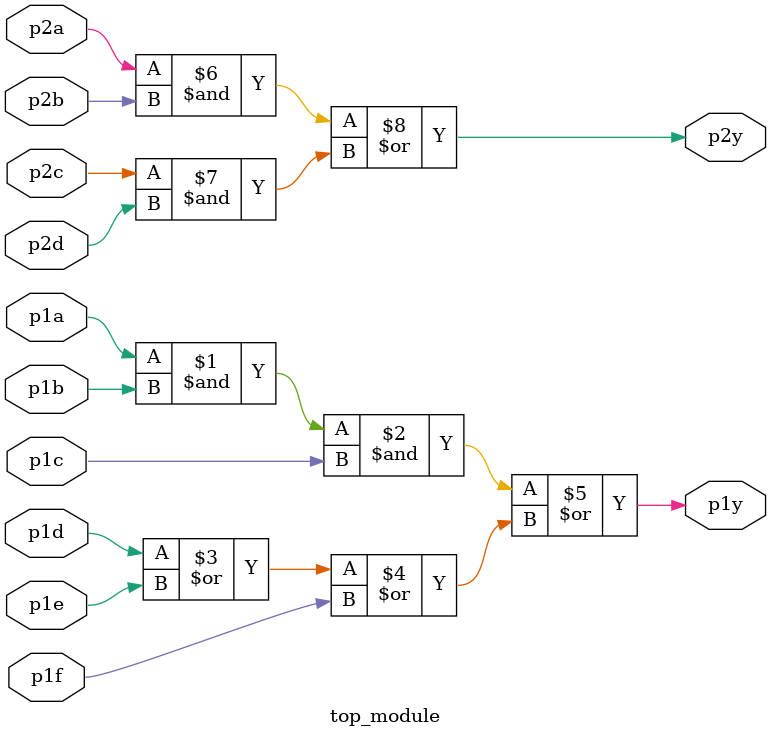
<source format=sv>
module top_module(
	input p1a, 
	input p1b, 
	input p1c, 
	input p1d,
	input p1e,
	input p1f,
	output p1y, 
	input p2a, 
	input p2b, 
	input p2c, 
	input p2d, 
	output p2y
);

	assign p1y = (p1a & p1b & p1c) | (p1d | p1e | p1f);
	assign p2y = (p2a & p2b) | (p2c & p2d);

endmodule

</source>
